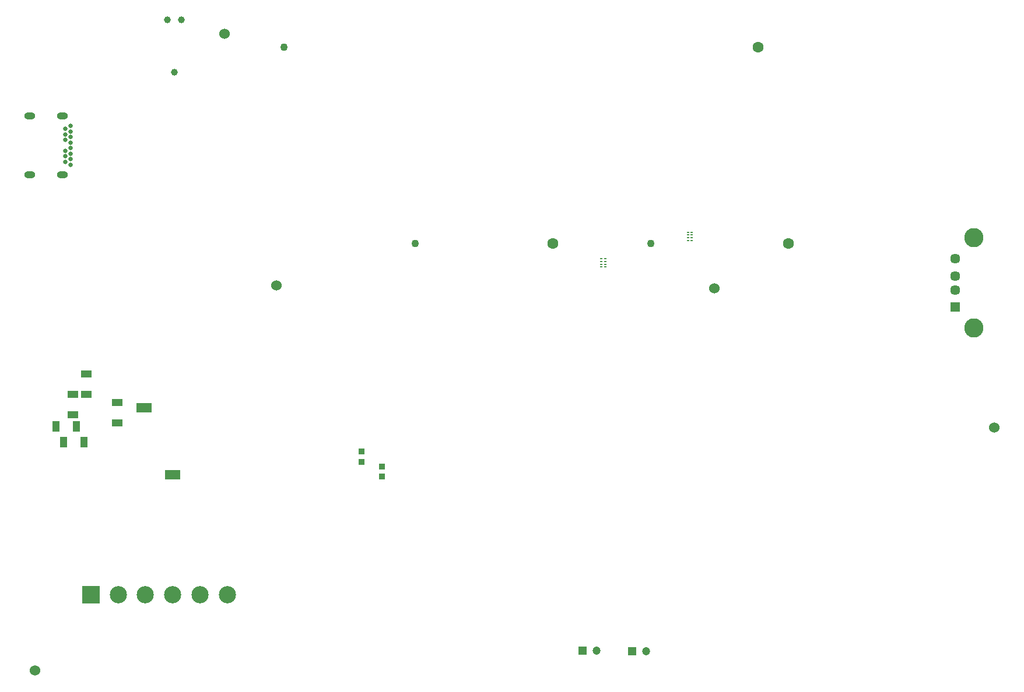
<source format=gbr>
%TF.GenerationSoftware,Altium Limited,Altium Designer,25.8.1 (18)*%
G04 Layer_Color=255*
%FSLAX45Y45*%
%MOMM*%
%TF.SameCoordinates,716D66D7-A0E9-4909-A487-8E51579E39AF*%
%TF.FilePolarity,Positive*%
%TF.FileFunction,Pads,Bot*%
%TF.Part,Single*%
G01*
G75*
%TA.AperFunction,SMDPad,CuDef*%
%ADD25R,1.60000X1.05000*%
%ADD34R,0.91213X0.95814*%
%ADD36R,2.20000X1.40000*%
%ADD39R,1.05000X1.60000*%
%TA.AperFunction,ComponentPad*%
%ADD148C,1.10000*%
%ADD149C,1.60000*%
%ADD150R,1.45000X1.45000*%
%ADD151C,1.45000*%
%ADD152C,2.80000*%
%ADD153C,0.65000*%
%ADD154O,1.60000X1.00000*%
%ADD155C,2.50000*%
%ADD156R,2.50000X2.50000*%
%ADD157C,0.99100*%
%ADD158C,1.20000*%
%ADD159R,1.20000X1.20000*%
%TA.AperFunction,WasherPad*%
%ADD160C,1.52400*%
%TA.AperFunction,SMDPad,CuDef*%
%ADD166R,0.30000X0.17500*%
D25*
X3876040Y7081340D02*
D03*
X4320000Y6665000D02*
D03*
X3675380Y6781620D02*
D03*
X4320000Y6960000D02*
D03*
X3876040Y7376340D02*
D03*
X3675380Y7076620D02*
D03*
D34*
X8170035Y5883228D02*
D03*
X7871460Y6247439D02*
D03*
Y6102041D02*
D03*
X8170035Y6028627D02*
D03*
D36*
X4710000Y6890000D02*
D03*
X5130000Y5910000D02*
D03*
D39*
X3840000Y6390000D02*
D03*
X3726360Y6611620D02*
D03*
X3431360D02*
D03*
X3545000Y6390000D02*
D03*
D148*
X6747500Y12128800D02*
D03*
X8650257Y9269600D02*
D03*
X12070759Y9275910D02*
D03*
D149*
X13627499Y12128800D02*
D03*
X10650257Y9269600D02*
D03*
X14070760Y9275910D02*
D03*
D150*
X16485600Y8350000D02*
D03*
D151*
Y8800000D02*
D03*
Y8600000D02*
D03*
Y9050000D02*
D03*
D152*
X16756599Y8043000D02*
D03*
Y9357000D02*
D03*
D153*
X3643000Y10980000D02*
D03*
Y10900000D02*
D03*
Y10500000D02*
D03*
Y10420000D02*
D03*
Y10820000D02*
D03*
Y10580000D02*
D03*
X3573000Y10540000D02*
D03*
Y10460000D02*
D03*
Y10940000D02*
D03*
Y10860000D02*
D03*
Y10620000D02*
D03*
Y10780000D02*
D03*
X3643000Y10660000D02*
D03*
Y10740000D02*
D03*
D154*
X3528000Y11127000D02*
D03*
X3055000D02*
D03*
X3528000Y10273000D02*
D03*
X3055000D02*
D03*
D155*
X5920000Y4170000D02*
D03*
X5524000D02*
D03*
X4336000D02*
D03*
X4732000D02*
D03*
X5128000D02*
D03*
D156*
X3940000D02*
D03*
D157*
X5151415Y11762212D02*
D03*
X5252915Y12524212D02*
D03*
X5049915D02*
D03*
D158*
X11999900Y3343800D02*
D03*
X11278540Y3351420D02*
D03*
D159*
X11799900Y3343800D02*
D03*
X11078540Y3351420D02*
D03*
D160*
X6631940Y8661400D02*
D03*
X12992101Y8620760D02*
D03*
X5880000Y12320000D02*
D03*
X3130000Y3070000D02*
D03*
X17060001Y6600000D02*
D03*
D166*
X11405160Y8931600D02*
D03*
Y9051600D02*
D03*
Y9011600D02*
D03*
Y8971600D02*
D03*
X11350160Y8931600D02*
D03*
Y9051600D02*
D03*
Y9011600D02*
D03*
Y8971600D02*
D03*
X12666100Y9357360D02*
D03*
Y9317360D02*
D03*
Y9437360D02*
D03*
Y9397360D02*
D03*
X12611100D02*
D03*
Y9357360D02*
D03*
Y9437360D02*
D03*
Y9317360D02*
D03*
%TF.MD5,f127e231b939db922be8f7921d5e4438*%
M02*

</source>
